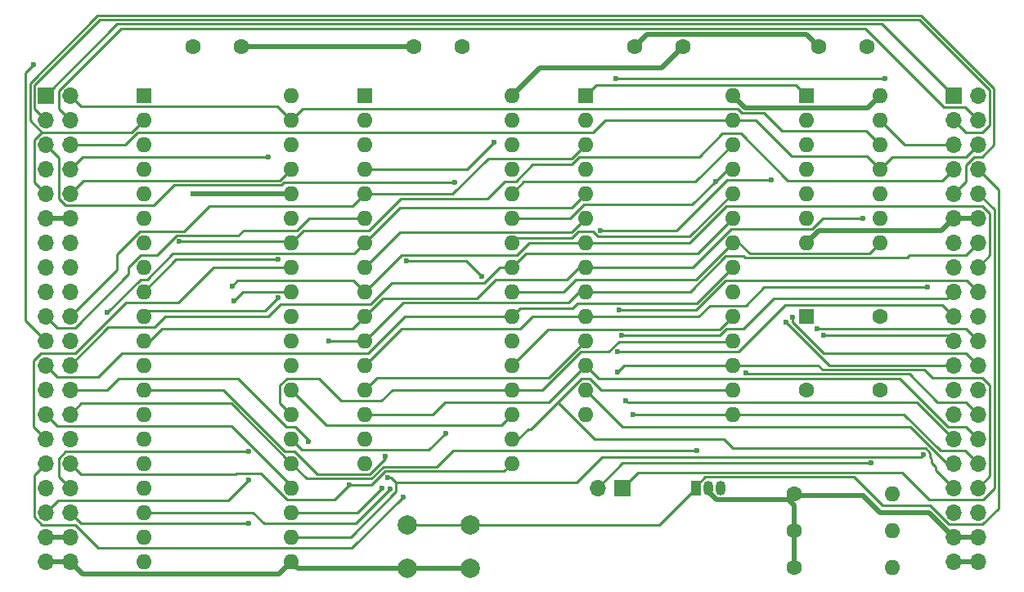
<source format=gbr>
%TF.GenerationSoftware,KiCad,Pcbnew,5.1.9-73d0e3b20d~88~ubuntu20.04.1*%
%TF.CreationDate,2021-01-16T15:58:39+00:00*%
%TF.ProjectId,main-board,6d61696e-2d62-46f6-9172-642e6b696361,rev?*%
%TF.SameCoordinates,Original*%
%TF.FileFunction,Copper,L1,Top*%
%TF.FilePolarity,Positive*%
%FSLAX46Y46*%
G04 Gerber Fmt 4.6, Leading zero omitted, Abs format (unit mm)*
G04 Created by KiCad (PCBNEW 5.1.9-73d0e3b20d~88~ubuntu20.04.1) date 2021-01-16 15:58:39*
%MOMM*%
%LPD*%
G01*
G04 APERTURE LIST*
%TA.AperFunction,ComponentPad*%
%ADD10O,1.600000X1.600000*%
%TD*%
%TA.AperFunction,ComponentPad*%
%ADD11R,1.600000X1.600000*%
%TD*%
%TA.AperFunction,ComponentPad*%
%ADD12C,1.600000*%
%TD*%
%TA.AperFunction,ComponentPad*%
%ADD13O,1.700000X1.700000*%
%TD*%
%TA.AperFunction,ComponentPad*%
%ADD14R,1.700000X1.700000*%
%TD*%
%TA.AperFunction,ComponentPad*%
%ADD15R,1.050000X1.500000*%
%TD*%
%TA.AperFunction,ComponentPad*%
%ADD16O,1.050000X1.500000*%
%TD*%
%TA.AperFunction,ComponentPad*%
%ADD17C,2.000000*%
%TD*%
%TA.AperFunction,ViaPad*%
%ADD18C,0.600000*%
%TD*%
%TA.AperFunction,Conductor*%
%ADD19C,0.500000*%
%TD*%
%TA.AperFunction,Conductor*%
%ADD20C,0.250000*%
%TD*%
G04 APERTURE END LIST*
D10*
%TO.P,U3,28*%
%TO.N,+5V*%
X142240000Y-34290000D03*
%TO.P,U3,14*%
%TO.N,GND*%
X127000000Y-67310000D03*
%TO.P,U3,27*%
%TO.N,!WRITE*%
X142240000Y-36830000D03*
%TO.P,U3,13*%
%TO.N,D2*%
X127000000Y-64770000D03*
%TO.P,U3,26*%
%TO.N,A13*%
X142240000Y-39370000D03*
%TO.P,U3,12*%
%TO.N,D1*%
X127000000Y-62230000D03*
%TO.P,U3,25*%
%TO.N,A8*%
X142240000Y-41910000D03*
%TO.P,U3,11*%
%TO.N,D0*%
X127000000Y-59690000D03*
%TO.P,U3,24*%
%TO.N,A9*%
X142240000Y-44450000D03*
%TO.P,U3,10*%
%TO.N,A0*%
X127000000Y-57150000D03*
%TO.P,U3,23*%
%TO.N,A11*%
X142240000Y-46990000D03*
%TO.P,U3,9*%
%TO.N,A1*%
X127000000Y-54610000D03*
%TO.P,U3,22*%
%TO.N,!READ*%
X142240000Y-49530000D03*
%TO.P,U3,8*%
%TO.N,A2*%
X127000000Y-52070000D03*
%TO.P,U3,21*%
%TO.N,A10*%
X142240000Y-52070000D03*
%TO.P,U3,7*%
%TO.N,A3*%
X127000000Y-49530000D03*
%TO.P,U3,20*%
%TO.N,!RAM_SELECT*%
X142240000Y-54610000D03*
%TO.P,U3,6*%
%TO.N,A4*%
X127000000Y-46990000D03*
%TO.P,U3,19*%
%TO.N,D7*%
X142240000Y-57150000D03*
%TO.P,U3,5*%
%TO.N,A5*%
X127000000Y-44450000D03*
%TO.P,U3,18*%
%TO.N,D6*%
X142240000Y-59690000D03*
%TO.P,U3,4*%
%TO.N,A6*%
X127000000Y-41910000D03*
%TO.P,U3,17*%
%TO.N,D5*%
X142240000Y-62230000D03*
%TO.P,U3,3*%
%TO.N,A7*%
X127000000Y-39370000D03*
%TO.P,U3,16*%
%TO.N,D4*%
X142240000Y-64770000D03*
%TO.P,U3,2*%
%TO.N,A12*%
X127000000Y-36830000D03*
%TO.P,U3,15*%
%TO.N,D3*%
X142240000Y-67310000D03*
D11*
%TO.P,U3,1*%
%TO.N,A14*%
X127000000Y-34290000D03*
%TD*%
D10*
%TO.P,U2,32*%
%TO.N,+5V*%
X119380000Y-34290000D03*
%TO.P,U2,16*%
%TO.N,GND*%
X104140000Y-72390000D03*
%TO.P,U2,31*%
%TO.N,+5V*%
X119380000Y-36830000D03*
%TO.P,U2,15*%
%TO.N,D2*%
X104140000Y-69850000D03*
%TO.P,U2,30*%
%TO.N,Net-(U2-Pad30)*%
X119380000Y-39370000D03*
%TO.P,U2,14*%
%TO.N,D1*%
X104140000Y-67310000D03*
%TO.P,U2,29*%
%TO.N,GND*%
X119380000Y-41910000D03*
%TO.P,U2,13*%
%TO.N,D0*%
X104140000Y-64770000D03*
%TO.P,U2,28*%
%TO.N,A13*%
X119380000Y-44450000D03*
%TO.P,U2,12*%
%TO.N,A0*%
X104140000Y-62230000D03*
%TO.P,U2,27*%
%TO.N,A8*%
X119380000Y-46990000D03*
%TO.P,U2,11*%
%TO.N,A1*%
X104140000Y-59690000D03*
%TO.P,U2,26*%
%TO.N,A9*%
X119380000Y-49530000D03*
%TO.P,U2,10*%
%TO.N,A2*%
X104140000Y-57150000D03*
%TO.P,U2,25*%
%TO.N,A11*%
X119380000Y-52070000D03*
%TO.P,U2,9*%
%TO.N,A3*%
X104140000Y-54610000D03*
%TO.P,U2,24*%
%TO.N,!READ*%
X119380000Y-54610000D03*
%TO.P,U2,8*%
%TO.N,A4*%
X104140000Y-52070000D03*
%TO.P,U2,23*%
%TO.N,A10*%
X119380000Y-57150000D03*
%TO.P,U2,7*%
%TO.N,A5*%
X104140000Y-49530000D03*
%TO.P,U2,22*%
%TO.N,!ROM_SELECT*%
X119380000Y-59690000D03*
%TO.P,U2,6*%
%TO.N,A6*%
X104140000Y-46990000D03*
%TO.P,U2,21*%
%TO.N,D7*%
X119380000Y-62230000D03*
%TO.P,U2,5*%
%TO.N,A7*%
X104140000Y-44450000D03*
%TO.P,U2,20*%
%TO.N,D6*%
X119380000Y-64770000D03*
%TO.P,U2,4*%
%TO.N,A12*%
X104140000Y-41910000D03*
%TO.P,U2,19*%
%TO.N,D5*%
X119380000Y-67310000D03*
%TO.P,U2,3*%
%TO.N,GND*%
X104140000Y-39370000D03*
%TO.P,U2,18*%
%TO.N,D4*%
X119380000Y-69850000D03*
%TO.P,U2,2*%
%TO.N,GND*%
X104140000Y-36830000D03*
%TO.P,U2,17*%
%TO.N,D3*%
X119380000Y-72390000D03*
D11*
%TO.P,U2,1*%
%TO.N,Net-(U2-Pad1)*%
X104140000Y-34290000D03*
%TD*%
D10*
%TO.P,U4,14*%
%TO.N,+5V*%
X157480000Y-34290000D03*
%TO.P,U4,7*%
%TO.N,GND*%
X149860000Y-49530000D03*
%TO.P,U4,13*%
%TO.N,!READ*%
X157480000Y-36830000D03*
%TO.P,U4,6*%
%TO.N,N/C*%
X149860000Y-46990000D03*
%TO.P,U4,12*%
%TO.N,PHI2*%
X157480000Y-39370000D03*
%TO.P,U4,5*%
%TO.N,N/C*%
X149860000Y-44450000D03*
%TO.P,U4,11*%
%TO.N,!WRITE*%
X157480000Y-41910000D03*
%TO.P,U4,4*%
%TO.N,N/C*%
X149860000Y-41910000D03*
%TO.P,U4,10*%
%TO.N,PHI2*%
X157480000Y-44450000D03*
%TO.P,U4,3*%
%TO.N,!ROM_SELECT*%
X149860000Y-39370000D03*
%TO.P,U4,9*%
%TO.N,R!W*%
X157480000Y-46990000D03*
%TO.P,U4,2*%
%TO.N,!RAM_SELECT*%
X149860000Y-36830000D03*
%TO.P,U4,8*%
%TO.N,!READ*%
X157480000Y-49530000D03*
D11*
%TO.P,U4,1*%
%TO.N,A14*%
X149860000Y-34290000D03*
%TD*%
D10*
%TO.P,R3,2*%
%TO.N,!IRQ*%
X158750000Y-83185000D03*
D12*
%TO.P,R3,1*%
%TO.N,+5V*%
X148590000Y-83185000D03*
%TD*%
D10*
%TO.P,R1,2*%
%TO.N,RDY*%
X158750000Y-75565000D03*
D12*
%TO.P,R1,1*%
%TO.N,+5V*%
X148590000Y-75565000D03*
%TD*%
%TO.P,C4,2*%
%TO.N,+5V*%
X156130000Y-29210000D03*
%TO.P,C4,1*%
%TO.N,GND*%
X151130000Y-29210000D03*
%TD*%
%TO.P,C3,2*%
%TO.N,+5V*%
X137080000Y-29210000D03*
%TO.P,C3,1*%
%TO.N,GND*%
X132080000Y-29210000D03*
%TD*%
%TO.P,C2,2*%
%TO.N,+5V*%
X114220000Y-29210000D03*
%TO.P,C2,1*%
%TO.N,GND*%
X109220000Y-29210000D03*
%TD*%
%TO.P,C1,2*%
%TO.N,GND*%
X91360000Y-29210000D03*
%TO.P,C1,1*%
%TO.N,+5V*%
X86360000Y-29210000D03*
%TD*%
D13*
%TO.P,J2,40*%
%TO.N,GND*%
X167640000Y-82550000D03*
%TO.P,J2,39*%
X165100000Y-82550000D03*
%TO.P,J2,38*%
%TO.N,+5V*%
X167640000Y-80010000D03*
%TO.P,J2,37*%
X165100000Y-80010000D03*
%TO.P,J2,36*%
%TO.N,D7*%
X167640000Y-77470000D03*
%TO.P,J2,35*%
%TO.N,D6*%
X165100000Y-77470000D03*
%TO.P,J2,34*%
%TO.N,D5*%
X167640000Y-74930000D03*
%TO.P,J2,33*%
%TO.N,D4*%
X165100000Y-74930000D03*
%TO.P,J2,32*%
%TO.N,D3*%
X167640000Y-72390000D03*
%TO.P,J2,31*%
%TO.N,D2*%
X165100000Y-72390000D03*
%TO.P,J2,30*%
%TO.N,D1*%
X167640000Y-69850000D03*
%TO.P,J2,29*%
%TO.N,D0*%
X165100000Y-69850000D03*
%TO.P,J2,28*%
%TO.N,!RAM_SELECT*%
X167640000Y-67310000D03*
%TO.P,J2,27*%
%TO.N,A14*%
X165100000Y-67310000D03*
%TO.P,J2,26*%
%TO.N,A13*%
X167640000Y-64770000D03*
%TO.P,J2,25*%
%TO.N,A12*%
X165100000Y-64770000D03*
%TO.P,J2,24*%
%TO.N,A11*%
X167640000Y-62230000D03*
%TO.P,J2,23*%
%TO.N,A10*%
X165100000Y-62230000D03*
%TO.P,J2,22*%
%TO.N,A9*%
X167640000Y-59690000D03*
%TO.P,J2,21*%
%TO.N,A8*%
X165100000Y-59690000D03*
%TO.P,J2,20*%
%TO.N,A7*%
X167640000Y-57150000D03*
%TO.P,J2,19*%
%TO.N,A6*%
X165100000Y-57150000D03*
%TO.P,J2,18*%
%TO.N,A5*%
X167640000Y-54610000D03*
%TO.P,J2,17*%
%TO.N,A4*%
X165100000Y-54610000D03*
%TO.P,J2,16*%
%TO.N,A3*%
X167640000Y-52070000D03*
%TO.P,J2,15*%
%TO.N,A2*%
X165100000Y-52070000D03*
%TO.P,J2,14*%
%TO.N,A1*%
X167640000Y-49530000D03*
%TO.P,J2,13*%
%TO.N,A0*%
X165100000Y-49530000D03*
%TO.P,J2,12*%
%TO.N,GND*%
X167640000Y-46990000D03*
%TO.P,J2,11*%
X165100000Y-46990000D03*
%TO.P,J2,10*%
%TO.N,CLK*%
X167640000Y-44450000D03*
%TO.P,J2,9*%
%TO.N,RDY*%
X165100000Y-44450000D03*
%TO.P,J2,8*%
%TO.N,!RESET*%
X167640000Y-41910000D03*
%TO.P,J2,7*%
%TO.N,R!W*%
X165100000Y-41910000D03*
%TO.P,J2,6*%
%TO.N,!WRITE*%
X167640000Y-39370000D03*
%TO.P,J2,5*%
%TO.N,!READ*%
X165100000Y-39370000D03*
%TO.P,J2,4*%
%TO.N,!NMI*%
X167640000Y-36830000D03*
%TO.P,J2,3*%
%TO.N,!IRQ*%
X165100000Y-36830000D03*
%TO.P,J2,2*%
%TO.N,PHI2*%
X167640000Y-34290000D03*
D14*
%TO.P,J2,1*%
%TO.N,PHI1*%
X165100000Y-34290000D03*
%TD*%
D12*
%TO.P,X1,4*%
%TO.N,GND*%
X149860000Y-64770000D03*
%TO.P,X1,5*%
%TO.N,CLK1*%
X157480000Y-64770000D03*
%TO.P,X1,8*%
%TO.N,+5V*%
X157480000Y-57150000D03*
D11*
%TO.P,X1,1*%
%TO.N,Net-(X1-Pad1)*%
X149860000Y-57150000D03*
%TD*%
D15*
%TO.P,U6,1*%
%TO.N,!RESET*%
X138430000Y-74930000D03*
D16*
%TO.P,U6,3*%
%TO.N,GND*%
X140970000Y-74930000D03*
%TO.P,U6,2*%
%TO.N,+5V*%
X139700000Y-74930000D03*
%TD*%
D17*
%TO.P,SW1,1*%
%TO.N,!RESET*%
X115085000Y-78740000D03*
%TO.P,SW1,2*%
%TO.N,GND*%
X115085000Y-83240000D03*
%TO.P,SW1,1*%
%TO.N,!RESET*%
X108585000Y-78740000D03*
%TO.P,SW1,2*%
%TO.N,GND*%
X108585000Y-83240000D03*
%TD*%
D10*
%TO.P,R2,2*%
%TO.N,!NMI*%
X158750000Y-79375000D03*
D12*
%TO.P,R2,1*%
%TO.N,+5V*%
X148590000Y-79375000D03*
%TD*%
D14*
%TO.P,JP1,1*%
%TO.N,CLK*%
X130810000Y-74930000D03*
D13*
%TO.P,JP1,2*%
%TO.N,CLK1*%
X128270000Y-74930000D03*
%TD*%
D10*
%TO.P,U1,40*%
%TO.N,!RESET*%
X96520000Y-34290000D03*
%TO.P,U1,20*%
%TO.N,A11*%
X81280000Y-82550000D03*
%TO.P,U1,39*%
%TO.N,PHI2*%
X96520000Y-36830000D03*
%TO.P,U1,19*%
%TO.N,A10*%
X81280000Y-80010000D03*
%TO.P,U1,38*%
%TO.N,+5V*%
X96520000Y-39370000D03*
%TO.P,U1,18*%
%TO.N,A9*%
X81280000Y-77470000D03*
%TO.P,U1,37*%
%TO.N,CLK*%
X96520000Y-41910000D03*
%TO.P,U1,17*%
%TO.N,A8*%
X81280000Y-74930000D03*
%TO.P,U1,36*%
%TO.N,+5V*%
X96520000Y-44450000D03*
%TO.P,U1,16*%
%TO.N,A7*%
X81280000Y-72390000D03*
%TO.P,U1,35*%
%TO.N,Net-(U1-Pad35)*%
X96520000Y-46990000D03*
%TO.P,U1,15*%
%TO.N,A6*%
X81280000Y-69850000D03*
%TO.P,U1,34*%
%TO.N,R!W*%
X96520000Y-49530000D03*
%TO.P,U1,14*%
%TO.N,A5*%
X81280000Y-67310000D03*
%TO.P,U1,33*%
%TO.N,D0*%
X96520000Y-52070000D03*
%TO.P,U1,13*%
%TO.N,A4*%
X81280000Y-64770000D03*
%TO.P,U1,32*%
%TO.N,D1*%
X96520000Y-54610000D03*
%TO.P,U1,12*%
%TO.N,A3*%
X81280000Y-62230000D03*
%TO.P,U1,31*%
%TO.N,D2*%
X96520000Y-57150000D03*
%TO.P,U1,11*%
%TO.N,A2*%
X81280000Y-59690000D03*
%TO.P,U1,30*%
%TO.N,D3*%
X96520000Y-59690000D03*
%TO.P,U1,10*%
%TO.N,A1*%
X81280000Y-57150000D03*
%TO.P,U1,29*%
%TO.N,D4*%
X96520000Y-62230000D03*
%TO.P,U1,9*%
%TO.N,A0*%
X81280000Y-54610000D03*
%TO.P,U1,28*%
%TO.N,D5*%
X96520000Y-64770000D03*
%TO.P,U1,8*%
%TO.N,+5V*%
X81280000Y-52070000D03*
%TO.P,U1,27*%
%TO.N,D6*%
X96520000Y-67310000D03*
%TO.P,U1,7*%
%TO.N,Net-(U1-Pad7)*%
X81280000Y-49530000D03*
%TO.P,U1,26*%
%TO.N,D7*%
X96520000Y-69850000D03*
%TO.P,U1,6*%
%TO.N,!NMI*%
X81280000Y-46990000D03*
%TO.P,U1,25*%
%TO.N,!RAM_SELECT*%
X96520000Y-72390000D03*
%TO.P,U1,5*%
%TO.N,Net-(U1-Pad5)*%
X81280000Y-44450000D03*
%TO.P,U1,24*%
%TO.N,A14*%
X96520000Y-74930000D03*
%TO.P,U1,4*%
%TO.N,!IRQ*%
X81280000Y-41910000D03*
%TO.P,U1,23*%
%TO.N,A13*%
X96520000Y-77470000D03*
%TO.P,U1,3*%
%TO.N,PHI1*%
X81280000Y-39370000D03*
%TO.P,U1,22*%
%TO.N,A12*%
X96520000Y-80010000D03*
%TO.P,U1,2*%
%TO.N,RDY*%
X81280000Y-36830000D03*
%TO.P,U1,21*%
%TO.N,GND*%
X96520000Y-82550000D03*
D11*
%TO.P,U1,1*%
%TO.N,Net-(U1-Pad1)*%
X81280000Y-34290000D03*
%TD*%
D14*
%TO.P,J1,1*%
%TO.N,PHI1*%
X71120000Y-34290000D03*
D13*
%TO.P,J1,2*%
%TO.N,PHI2*%
X73660000Y-34290000D03*
%TO.P,J1,3*%
%TO.N,!IRQ*%
X71120000Y-36830000D03*
%TO.P,J1,4*%
%TO.N,!NMI*%
X73660000Y-36830000D03*
%TO.P,J1,5*%
%TO.N,!READ*%
X71120000Y-39370000D03*
%TO.P,J1,6*%
%TO.N,!WRITE*%
X73660000Y-39370000D03*
%TO.P,J1,7*%
%TO.N,R!W*%
X71120000Y-41910000D03*
%TO.P,J1,8*%
%TO.N,!RESET*%
X73660000Y-41910000D03*
%TO.P,J1,9*%
%TO.N,RDY*%
X71120000Y-44450000D03*
%TO.P,J1,10*%
%TO.N,CLK*%
X73660000Y-44450000D03*
%TO.P,J1,11*%
%TO.N,GND*%
X71120000Y-46990000D03*
%TO.P,J1,12*%
X73660000Y-46990000D03*
%TO.P,J1,13*%
%TO.N,A0*%
X71120000Y-49530000D03*
%TO.P,J1,14*%
%TO.N,A1*%
X73660000Y-49530000D03*
%TO.P,J1,15*%
%TO.N,A2*%
X71120000Y-52070000D03*
%TO.P,J1,16*%
%TO.N,A3*%
X73660000Y-52070000D03*
%TO.P,J1,17*%
%TO.N,A4*%
X71120000Y-54610000D03*
%TO.P,J1,18*%
%TO.N,A5*%
X73660000Y-54610000D03*
%TO.P,J1,19*%
%TO.N,A6*%
X71120000Y-57150000D03*
%TO.P,J1,20*%
%TO.N,A7*%
X73660000Y-57150000D03*
%TO.P,J1,21*%
%TO.N,A8*%
X71120000Y-59690000D03*
%TO.P,J1,22*%
%TO.N,A9*%
X73660000Y-59690000D03*
%TO.P,J1,23*%
%TO.N,A10*%
X71120000Y-62230000D03*
%TO.P,J1,24*%
%TO.N,A11*%
X73660000Y-62230000D03*
%TO.P,J1,25*%
%TO.N,A12*%
X71120000Y-64770000D03*
%TO.P,J1,26*%
%TO.N,A13*%
X73660000Y-64770000D03*
%TO.P,J1,27*%
%TO.N,A14*%
X71120000Y-67310000D03*
%TO.P,J1,28*%
%TO.N,!RAM_SELECT*%
X73660000Y-67310000D03*
%TO.P,J1,29*%
%TO.N,D0*%
X71120000Y-69850000D03*
%TO.P,J1,30*%
%TO.N,D1*%
X73660000Y-69850000D03*
%TO.P,J1,31*%
%TO.N,D2*%
X71120000Y-72390000D03*
%TO.P,J1,32*%
%TO.N,D3*%
X73660000Y-72390000D03*
%TO.P,J1,33*%
%TO.N,D4*%
X71120000Y-74930000D03*
%TO.P,J1,34*%
%TO.N,D5*%
X73660000Y-74930000D03*
%TO.P,J1,35*%
%TO.N,D6*%
X71120000Y-77470000D03*
%TO.P,J1,36*%
%TO.N,D7*%
X73660000Y-77470000D03*
%TO.P,J1,37*%
%TO.N,+5V*%
X71120000Y-80010000D03*
%TO.P,J1,38*%
X73660000Y-80010000D03*
%TO.P,J1,39*%
%TO.N,GND*%
X71120000Y-82550000D03*
%TO.P,J1,40*%
X73660000Y-82550000D03*
%TD*%
D18*
%TO.N,+5V*%
X155740500Y-75701500D03*
X86360000Y-44425800D03*
%TO.N,!READ*%
X113460700Y-43324200D03*
%TO.N,R!W*%
X84910000Y-49409800D03*
%TO.N,!RESET*%
X94168600Y-40640000D03*
%TO.N,!RAM_SELECT*%
X143614300Y-62980600D03*
X138539300Y-71062700D03*
%TO.N,A13*%
X105934100Y-74949300D03*
X98308500Y-70163000D03*
%TO.N,A12*%
X161944600Y-71465200D03*
X117514000Y-39118400D03*
X106532600Y-73817600D03*
%TO.N,A11*%
X148417400Y-57257500D03*
%TO.N,A10*%
X147792100Y-57788700D03*
%TO.N,A9*%
X150985400Y-58432400D03*
X106734500Y-75068300D03*
%TO.N,A8*%
X151616800Y-59113100D03*
X140445100Y-43168800D03*
X69850000Y-31115000D03*
%TO.N,A7*%
X158010600Y-32523900D03*
X130100100Y-32523900D03*
%TO.N,A6*%
X130309000Y-60836600D03*
X116231900Y-52999000D03*
X108450200Y-51426100D03*
%TO.N,A5*%
X130446000Y-56478300D03*
X77476700Y-56781600D03*
%TO.N,A4*%
X106293400Y-71629400D03*
X130759300Y-59127300D03*
%TO.N,A3*%
X90437500Y-53999700D03*
%TO.N,A2*%
X155700000Y-47007500D03*
%TO.N,A1*%
X100409500Y-59690000D03*
X95163500Y-55245000D03*
%TO.N,A0*%
X162415700Y-54134800D03*
X95185900Y-51283000D03*
%TO.N,D7*%
X112501700Y-69238900D03*
X92110400Y-78604800D03*
%TO.N,D6*%
X92111100Y-74116200D03*
%TO.N,D5*%
X92123100Y-71161500D03*
X130280300Y-62966400D03*
%TO.N,D3*%
X131877500Y-67310000D03*
X102515500Y-74631500D03*
%TO.N,D2*%
X108125300Y-75855100D03*
%TO.N,D1*%
X90577300Y-55578300D03*
%TO.N,D0*%
X131187100Y-65857600D03*
%TO.N,CLK1*%
X156517000Y-72353600D03*
%TO.N,!ROM_SELECT*%
X128567600Y-48274700D03*
X146194600Y-43035400D03*
%TD*%
D19*
%TO.N,GND*%
X109220000Y-29210000D02*
X91360000Y-29210000D01*
X165100000Y-46990000D02*
X167640000Y-46990000D01*
X149860000Y-49530000D02*
X151130000Y-48260000D01*
X151130000Y-48260000D02*
X163830000Y-48260000D01*
X163830000Y-48260000D02*
X165100000Y-46990000D01*
X96520000Y-82550000D02*
X95266200Y-83803800D01*
X95266200Y-83803800D02*
X74913800Y-83803800D01*
X74913800Y-83803800D02*
X73660000Y-82550000D01*
X108585000Y-83240000D02*
X97210000Y-83240000D01*
X97210000Y-83240000D02*
X96520000Y-82550000D01*
X108585000Y-83240000D02*
X115085000Y-83240000D01*
X73660000Y-82550000D02*
X71120000Y-82550000D01*
X132080000Y-29210000D02*
X133353900Y-27936100D01*
X133353900Y-27936100D02*
X149856100Y-27936100D01*
X149856100Y-27936100D02*
X151130000Y-29210000D01*
X165100000Y-82550000D02*
X167640000Y-82550000D01*
X71120000Y-46990000D02*
X73660000Y-46990000D01*
%TO.N,+5V*%
X155740500Y-75701500D02*
X157509000Y-77470000D01*
X157509000Y-77470000D02*
X162560000Y-77470000D01*
X162560000Y-77470000D02*
X165100000Y-80010000D01*
X148590000Y-75565000D02*
X148726500Y-75701500D01*
X148726500Y-75701500D02*
X155740500Y-75701500D01*
X119380000Y-34290000D02*
X122262100Y-31407900D01*
X122262100Y-31407900D02*
X134882100Y-31407900D01*
X134882100Y-31407900D02*
X137080000Y-29210000D01*
X148022900Y-76132100D02*
X140561800Y-76132100D01*
X140561800Y-76132100D02*
X139700000Y-75270300D01*
X139700000Y-75270300D02*
X139700000Y-74930000D01*
X148590000Y-75565000D02*
X148022900Y-76132100D01*
X148022900Y-76132100D02*
X148590000Y-76699200D01*
X148590000Y-76699200D02*
X148590000Y-79375000D01*
X167640000Y-80010000D02*
X165100000Y-80010000D01*
X148590000Y-79375000D02*
X148590000Y-83185000D01*
X71120000Y-80010000D02*
X73660000Y-80010000D01*
X96520000Y-44450000D02*
X96495800Y-44425800D01*
X96495800Y-44425800D02*
X86360000Y-44425800D01*
X142240000Y-34290000D02*
X143490400Y-35540400D01*
X143490400Y-35540400D02*
X156229600Y-35540400D01*
X156229600Y-35540400D02*
X157480000Y-34290000D01*
D20*
%TO.N,CLK*%
X130810000Y-74930000D02*
X132386100Y-73353900D01*
X132386100Y-73353900D02*
X159788000Y-73353900D01*
X159788000Y-73353900D02*
X162555000Y-76120900D01*
X162555000Y-76120900D02*
X168120000Y-76120900D01*
X168120000Y-76120900D02*
X169306800Y-74934100D01*
X169306800Y-74934100D02*
X169306800Y-46116800D01*
X169306800Y-46116800D02*
X167640000Y-44450000D01*
X73660000Y-44450000D02*
X75010500Y-43099500D01*
X75010500Y-43099500D02*
X95330500Y-43099500D01*
X95330500Y-43099500D02*
X96520000Y-41910000D01*
%TO.N,!READ*%
X119380000Y-54610000D02*
X124708900Y-54610000D01*
X124708900Y-54610000D02*
X125978900Y-53340000D01*
X125978900Y-53340000D02*
X138430000Y-53340000D01*
X138430000Y-53340000D02*
X142240000Y-49530000D01*
X157480000Y-49530000D02*
X156348800Y-50661200D01*
X156348800Y-50661200D02*
X144008100Y-50661200D01*
X144008100Y-50661200D02*
X142876900Y-49530000D01*
X142876900Y-49530000D02*
X142240000Y-49530000D01*
X71120000Y-39370000D02*
X72484600Y-40734600D01*
X72484600Y-40734600D02*
X72484600Y-44975600D01*
X72484600Y-44975600D02*
X73135900Y-45626900D01*
X73135900Y-45626900D02*
X82335000Y-45626900D01*
X82335000Y-45626900D02*
X84412000Y-43549900D01*
X84412000Y-43549900D02*
X95517000Y-43549900D01*
X95517000Y-43549900D02*
X95742700Y-43324200D01*
X95742700Y-43324200D02*
X113460700Y-43324200D01*
X157480000Y-36830000D02*
X160020000Y-39370000D01*
X160020000Y-39370000D02*
X165100000Y-39370000D01*
%TO.N,!WRITE*%
X73660000Y-39370000D02*
X79376900Y-39370000D01*
X79376900Y-39370000D02*
X80646900Y-38100000D01*
X80646900Y-38100000D02*
X127808800Y-38100000D01*
X127808800Y-38100000D02*
X129078800Y-36830000D01*
X129078800Y-36830000D02*
X142240000Y-36830000D01*
X142240000Y-36830000D02*
X144649100Y-36830000D01*
X144649100Y-36830000D02*
X148364500Y-40545400D01*
X148364500Y-40545400D02*
X156115400Y-40545400D01*
X156115400Y-40545400D02*
X157480000Y-41910000D01*
X167640000Y-39370000D02*
X166370000Y-40640000D01*
X166370000Y-40640000D02*
X158750000Y-40640000D01*
X158750000Y-40640000D02*
X157480000Y-41910000D01*
%TO.N,RDY*%
X70716300Y-38100000D02*
X69925700Y-38890600D01*
X69925700Y-38890600D02*
X69925700Y-43255700D01*
X69925700Y-43255700D02*
X71120000Y-44450000D01*
X81280000Y-36830000D02*
X80010000Y-38100000D01*
X80010000Y-38100000D02*
X70716300Y-38100000D01*
X166370000Y-43180000D02*
X165100000Y-44450000D01*
X166370000Y-41500600D02*
X166370000Y-43180000D01*
X167230600Y-40640000D02*
X166370000Y-41500600D01*
X169281600Y-39390800D02*
X168032400Y-40640000D01*
X161714100Y-25984900D02*
X169281600Y-33552400D01*
X168032400Y-40640000D02*
X167230600Y-40640000D01*
X76503688Y-25984900D02*
X161714100Y-25984900D01*
X169281600Y-33552400D02*
X169281600Y-39390800D01*
X69487100Y-33001488D02*
X76503688Y-25984900D01*
X69487100Y-36870800D02*
X69487100Y-33001488D01*
X70716300Y-38100000D02*
X69487100Y-36870800D01*
%TO.N,R!W*%
X84910000Y-49409800D02*
X96399800Y-49409800D01*
X96399800Y-49409800D02*
X96520000Y-49530000D01*
X96520000Y-49530000D02*
X97790000Y-48260000D01*
X97790000Y-48260000D02*
X104535600Y-48260000D01*
X104535600Y-48260000D02*
X107842800Y-44952800D01*
X107842800Y-44952800D02*
X116832300Y-44952800D01*
X116832300Y-44952800D02*
X118605100Y-43180000D01*
X118605100Y-43180000D02*
X119807300Y-43180000D01*
X119807300Y-43180000D02*
X121527700Y-41459600D01*
X121527700Y-41459600D02*
X125547300Y-41459600D01*
X125547300Y-41459600D02*
X126366900Y-40640000D01*
X126366900Y-40640000D02*
X138748300Y-40640000D01*
X138748300Y-40640000D02*
X141154500Y-38233800D01*
X141154500Y-38233800D02*
X143092600Y-38233800D01*
X143092600Y-38233800D02*
X147959400Y-43100600D01*
X147959400Y-43100600D02*
X163909400Y-43100600D01*
X163909400Y-43100600D02*
X165100000Y-41910000D01*
%TO.N,!IRQ*%
X166370000Y-38100000D02*
X165100000Y-36830000D01*
X168831300Y-37315000D02*
X168046300Y-38100000D01*
X168046300Y-38100000D02*
X166370000Y-38100000D01*
X168831300Y-33739000D02*
X168831300Y-37315000D01*
X161527500Y-26435200D02*
X168831300Y-33739000D01*
X76689798Y-26435200D02*
X161527500Y-26435200D01*
X69937400Y-33187598D02*
X76689798Y-26435200D01*
X71120000Y-36830000D02*
X69937400Y-35647400D01*
X69937400Y-35647400D02*
X69937400Y-33187598D01*
%TO.N,!RESET*%
X115085000Y-78740000D02*
X134620000Y-78740000D01*
X134620000Y-78740000D02*
X138430000Y-74930000D01*
X108585000Y-78740000D02*
X115085000Y-78740000D01*
X138430000Y-74930000D02*
X138430000Y-74764600D01*
X138430000Y-74764600D02*
X139390300Y-73804300D01*
X139390300Y-73804300D02*
X154763700Y-73804300D01*
X154763700Y-73804300D02*
X157704600Y-76745200D01*
X157704600Y-76745200D02*
X162648900Y-76745200D01*
X162648900Y-76745200D02*
X164578000Y-78674300D01*
X164578000Y-78674300D02*
X168106200Y-78674300D01*
X168106200Y-78674300D02*
X169757200Y-77023300D01*
X169757200Y-77023300D02*
X169757200Y-44027200D01*
X169757200Y-44027200D02*
X167640000Y-41910000D01*
X73660000Y-41910000D02*
X74930000Y-40640000D01*
X74930000Y-40640000D02*
X94168600Y-40640000D01*
%TO.N,PHI2*%
X96520000Y-36830000D02*
X97676000Y-35674000D01*
X97676000Y-35674000D02*
X142742500Y-35674000D01*
X142742500Y-35674000D02*
X143184300Y-36115800D01*
X143184300Y-36115800D02*
X145462600Y-36115800D01*
X145462600Y-36115800D02*
X147302200Y-37955400D01*
X147302200Y-37955400D02*
X156065400Y-37955400D01*
X156065400Y-37955400D02*
X157480000Y-39370000D01*
X73660000Y-34290000D02*
X74785400Y-35415400D01*
X74785400Y-35415400D02*
X95105400Y-35415400D01*
X95105400Y-35415400D02*
X96520000Y-36830000D01*
%TO.N,PHI1*%
X165100000Y-34290000D02*
X157696400Y-26886400D01*
X157696400Y-26886400D02*
X78523600Y-26886400D01*
X78523600Y-26886400D02*
X71120000Y-34290000D01*
%TO.N,!RAM_SELECT*%
X167640000Y-67310000D02*
X166370000Y-66040000D01*
X166370000Y-66040000D02*
X163431800Y-66040000D01*
X163431800Y-66040000D02*
X160522600Y-63130800D01*
X160522600Y-63130800D02*
X143764500Y-63130800D01*
X143764500Y-63130800D02*
X143614300Y-62980600D01*
X138539300Y-71062700D02*
X113257100Y-71062700D01*
X113257100Y-71062700D02*
X111577800Y-72742000D01*
X111577800Y-72742000D02*
X106087000Y-72742000D01*
X106087000Y-72742000D02*
X104861200Y-73967800D01*
X104861200Y-73967800D02*
X98097800Y-73967800D01*
X98097800Y-73967800D02*
X96520000Y-72390000D01*
X73660000Y-67310000D02*
X74787300Y-66182700D01*
X74787300Y-66182700D02*
X90312700Y-66182700D01*
X90312700Y-66182700D02*
X96520000Y-72390000D01*
%TO.N,A14*%
X96520000Y-74930000D02*
X96520000Y-74655100D01*
X96520000Y-74655100D02*
X90379000Y-68514100D01*
X90379000Y-68514100D02*
X72324100Y-68514100D01*
X72324100Y-68514100D02*
X71120000Y-67310000D01*
X127000000Y-34290000D02*
X128125400Y-33164600D01*
X128125400Y-33164600D02*
X148734600Y-33164600D01*
X148734600Y-33164600D02*
X149860000Y-34290000D01*
%TO.N,A13*%
X96520000Y-77470000D02*
X103413400Y-77470000D01*
X103413400Y-77470000D02*
X105934100Y-74949300D01*
X73660000Y-64770000D02*
X77515800Y-64770000D01*
X77515800Y-64770000D02*
X78655200Y-63630600D01*
X78655200Y-63630600D02*
X91040400Y-63630600D01*
X91040400Y-63630600D02*
X95989800Y-68580000D01*
X95989800Y-68580000D02*
X96955500Y-68580000D01*
X96955500Y-68580000D02*
X98308500Y-69933000D01*
X98308500Y-69933000D02*
X98308500Y-70163000D01*
X142240000Y-39370000D02*
X138375500Y-43234500D01*
X138375500Y-43234500D02*
X120595500Y-43234500D01*
X120595500Y-43234500D02*
X119380000Y-44450000D01*
%TO.N,A12*%
X107359800Y-74324100D02*
X126102500Y-74324100D01*
X126102500Y-74324100D02*
X128698300Y-71728300D01*
X128698300Y-71728300D02*
X161681500Y-71728300D01*
X161681500Y-71728300D02*
X161944600Y-71465200D01*
X107359800Y-74324100D02*
X106853300Y-73817600D01*
X106853300Y-73817600D02*
X106532600Y-73817600D01*
X96520000Y-80010000D02*
X102677200Y-80010000D01*
X102677200Y-80010000D02*
X107359800Y-75327400D01*
X107359800Y-75327400D02*
X107359800Y-74324100D01*
X104140000Y-41910000D02*
X114722400Y-41910000D01*
X114722400Y-41910000D02*
X117514000Y-39118400D01*
%TO.N,A11*%
X73660000Y-62230000D02*
X77602100Y-58287900D01*
X77602100Y-58287900D02*
X82363800Y-58287900D01*
X82363800Y-58287900D02*
X83501700Y-57150000D01*
X83501700Y-57150000D02*
X94143000Y-57150000D01*
X94143000Y-57150000D02*
X95413000Y-55880000D01*
X95413000Y-55880000D02*
X104773100Y-55880000D01*
X104773100Y-55880000D02*
X106943200Y-53709900D01*
X106943200Y-53709900D02*
X116480200Y-53709900D01*
X116480200Y-53709900D02*
X118120100Y-52070000D01*
X118120100Y-52070000D02*
X119380000Y-52070000D01*
X167640000Y-62230000D02*
X166370000Y-60960000D01*
X166370000Y-60960000D02*
X151606400Y-60960000D01*
X151606400Y-60960000D02*
X148417400Y-57771000D01*
X148417400Y-57771000D02*
X148417400Y-57257500D01*
X142240000Y-46990000D02*
X138574600Y-50655400D01*
X138574600Y-50655400D02*
X120794600Y-50655400D01*
X120794600Y-50655400D02*
X119380000Y-52070000D01*
%TO.N,A10*%
X142240000Y-52070000D02*
X138503300Y-55806700D01*
X138503300Y-55806700D02*
X126121600Y-55806700D01*
X126121600Y-55806700D02*
X125644900Y-56283400D01*
X125644900Y-56283400D02*
X120246600Y-56283400D01*
X120246600Y-56283400D02*
X119380000Y-57150000D01*
X165100000Y-62230000D02*
X152233400Y-62230000D01*
X152233400Y-62230000D02*
X147792100Y-57788700D01*
X71120000Y-62230000D02*
X72296400Y-63406400D01*
X72296400Y-63406400D02*
X76520600Y-63406400D01*
X76520600Y-63406400D02*
X78967000Y-60960000D01*
X78967000Y-60960000D02*
X104461500Y-60960000D01*
X104461500Y-60960000D02*
X108271500Y-57150000D01*
X108271500Y-57150000D02*
X119380000Y-57150000D01*
%TO.N,A9*%
X81280000Y-77470000D02*
X92561700Y-77470000D01*
X92561700Y-77470000D02*
X93701100Y-78609400D01*
X93701100Y-78609400D02*
X103193400Y-78609400D01*
X103193400Y-78609400D02*
X106734500Y-75068300D01*
X119380000Y-49530000D02*
X119830400Y-49079600D01*
X119830400Y-49079600D02*
X125547300Y-49079600D01*
X125547300Y-49079600D02*
X126253900Y-48373000D01*
X126253900Y-48373000D02*
X127781600Y-48373000D01*
X127781600Y-48373000D02*
X128308600Y-48900000D01*
X128308600Y-48900000D02*
X137790000Y-48900000D01*
X137790000Y-48900000D02*
X142240000Y-44450000D01*
X167640000Y-59690000D02*
X166382400Y-58432400D01*
X166382400Y-58432400D02*
X150985400Y-58432400D01*
%TO.N,A8*%
X165100000Y-59690000D02*
X164523100Y-59113100D01*
X164523100Y-59113100D02*
X151616800Y-59113100D01*
X71120000Y-59690000D02*
X69036800Y-57606800D01*
X69036800Y-57606800D02*
X69036800Y-33143200D01*
X140445100Y-43168800D02*
X138038500Y-45575400D01*
X138038500Y-45575400D02*
X126823000Y-45575400D01*
X126823000Y-45575400D02*
X125408400Y-46990000D01*
X125408400Y-46990000D02*
X119380000Y-46990000D01*
X142240000Y-41910000D02*
X141703900Y-41910000D01*
X141703900Y-41910000D02*
X140445100Y-43168800D01*
X69036800Y-31928200D02*
X69850000Y-31115000D01*
X69036800Y-33143200D02*
X69036800Y-31928200D01*
%TO.N,A7*%
X104140000Y-44450000D02*
X102870000Y-45720000D01*
X102870000Y-45720000D02*
X88034700Y-45720000D01*
X88034700Y-45720000D02*
X85420500Y-48334200D01*
X85420500Y-48334200D02*
X80868900Y-48334200D01*
X80868900Y-48334200D02*
X78488100Y-50715000D01*
X78488100Y-50715000D02*
X78488100Y-52321900D01*
X78488100Y-52321900D02*
X73660000Y-57150000D01*
X158010600Y-32523900D02*
X130100100Y-32523900D01*
X104140000Y-44450000D02*
X113231000Y-44450000D01*
X113231000Y-44450000D02*
X116896400Y-40784600D01*
X116896400Y-40784600D02*
X125585400Y-40784600D01*
X125585400Y-40784600D02*
X127000000Y-39370000D01*
%TO.N,A6*%
X130309000Y-60836600D02*
X142805300Y-60836600D01*
X142805300Y-60836600D02*
X147685900Y-55956000D01*
X147685900Y-55956000D02*
X163906000Y-55956000D01*
X163906000Y-55956000D02*
X165100000Y-57150000D01*
X104140000Y-46990000D02*
X98423100Y-46990000D01*
X98423100Y-46990000D02*
X97152900Y-48260200D01*
X97152900Y-48260200D02*
X91578800Y-48260200D01*
X91578800Y-48260200D02*
X91054500Y-48784500D01*
X91054500Y-48784500D02*
X84651000Y-48784500D01*
X84651000Y-48784500D02*
X82635600Y-50799900D01*
X82635600Y-50799900D02*
X82635600Y-50800000D01*
X82635600Y-50800000D02*
X80946100Y-50800000D01*
X80946100Y-50800000D02*
X79688600Y-52057500D01*
X79688600Y-52057500D02*
X79688600Y-52801700D01*
X79688600Y-52801700D02*
X74138900Y-58351400D01*
X74138900Y-58351400D02*
X72321400Y-58351400D01*
X72321400Y-58351400D02*
X71120000Y-57150000D01*
X108450200Y-51426100D02*
X114659000Y-51426100D01*
X114659000Y-51426100D02*
X116231900Y-52999000D01*
%TO.N,A5*%
X167640000Y-54610000D02*
X166449400Y-53419400D01*
X166449400Y-53419400D02*
X141527500Y-53419400D01*
X141527500Y-53419400D02*
X138468600Y-56478300D01*
X138468600Y-56478300D02*
X130446000Y-56478300D01*
X104140000Y-49530000D02*
X103012300Y-50657700D01*
X103012300Y-50657700D02*
X84291600Y-50657700D01*
X84291600Y-50657700D02*
X81609300Y-53340000D01*
X81609300Y-53340000D02*
X80918300Y-53340000D01*
X80918300Y-53340000D02*
X77476700Y-56781600D01*
X104140000Y-49530000D02*
X107805400Y-45864600D01*
X107805400Y-45864600D02*
X125585400Y-45864600D01*
X125585400Y-45864600D02*
X127000000Y-44450000D01*
%TO.N,A4*%
X81280000Y-64770000D02*
X89536900Y-64770000D01*
X89536900Y-64770000D02*
X95886900Y-71120000D01*
X95886900Y-71120000D02*
X96841600Y-71120000D01*
X96841600Y-71120000D02*
X99239000Y-73517400D01*
X99239000Y-73517400D02*
X104674700Y-73517400D01*
X104674700Y-73517400D02*
X106293400Y-71898700D01*
X106293400Y-71898700D02*
X106293400Y-71629400D01*
X130759300Y-59127300D02*
X140899600Y-59127300D01*
X140899600Y-59127300D02*
X141606900Y-58420000D01*
X141606900Y-58420000D02*
X143365400Y-58420000D01*
X143365400Y-58420000D02*
X146513100Y-55272300D01*
X146513100Y-55272300D02*
X164437700Y-55272300D01*
X164437700Y-55272300D02*
X165100000Y-54610000D01*
X104140000Y-52070000D02*
X107805500Y-48404500D01*
X107805500Y-48404500D02*
X125585500Y-48404500D01*
X125585500Y-48404500D02*
X127000000Y-46990000D01*
%TO.N,A3*%
X127000000Y-49530000D02*
X137796900Y-49530000D01*
X137796900Y-49530000D02*
X141556600Y-45770300D01*
X141556600Y-45770300D02*
X168091000Y-45770300D01*
X168091000Y-45770300D02*
X168856400Y-46535700D01*
X168856400Y-46535700D02*
X168856400Y-50853600D01*
X168856400Y-50853600D02*
X167640000Y-52070000D01*
X104140000Y-54610000D02*
X107949200Y-50800800D01*
X107949200Y-50800800D02*
X119909600Y-50800800D01*
X119909600Y-50800800D02*
X121180400Y-49530000D01*
X121180400Y-49530000D02*
X127000000Y-49530000D01*
X90437500Y-53999700D02*
X90967300Y-53469900D01*
X90967300Y-53469900D02*
X102999900Y-53469900D01*
X102999900Y-53469900D02*
X104140000Y-54610000D01*
%TO.N,A2*%
X104140000Y-57150000D02*
X106015200Y-55274800D01*
X106015200Y-55274800D02*
X115770400Y-55274800D01*
X115770400Y-55274800D02*
X117705200Y-53340000D01*
X117705200Y-53340000D02*
X125093200Y-53340000D01*
X125093200Y-53340000D02*
X126363200Y-52070000D01*
X126363200Y-52070000D02*
X127000000Y-52070000D01*
X155700000Y-47007500D02*
X151568800Y-47007500D01*
X151568800Y-47007500D02*
X150460900Y-48115400D01*
X150460900Y-48115400D02*
X142063000Y-48115400D01*
X142063000Y-48115400D02*
X138108400Y-52070000D01*
X138108400Y-52070000D02*
X127000000Y-52070000D01*
X81280000Y-59690000D02*
X81916800Y-59690000D01*
X81916800Y-59690000D02*
X83186800Y-58420000D01*
X83186800Y-58420000D02*
X102870000Y-58420000D01*
X102870000Y-58420000D02*
X104140000Y-57150000D01*
%TO.N,A1*%
X100409500Y-59690000D02*
X104140000Y-59690000D01*
X81280000Y-57150000D02*
X81873700Y-56556300D01*
X81873700Y-56556300D02*
X93852200Y-56556300D01*
X93852200Y-56556300D02*
X95163500Y-55245000D01*
X127000000Y-54610000D02*
X137816700Y-54610000D01*
X137816700Y-54610000D02*
X141484100Y-50942600D01*
X141484100Y-50942600D02*
X143334300Y-50942600D01*
X143334300Y-50942600D02*
X143503300Y-51111600D01*
X143503300Y-51111600D02*
X160240400Y-51111600D01*
X160240400Y-51111600D02*
X160552000Y-50800000D01*
X160552000Y-50800000D02*
X166370000Y-50800000D01*
X166370000Y-50800000D02*
X167640000Y-49530000D01*
X104140000Y-59690000D02*
X108094600Y-55735400D01*
X108094600Y-55735400D02*
X125237800Y-55735400D01*
X125237800Y-55735400D02*
X126363200Y-54610000D01*
X126363200Y-54610000D02*
X127000000Y-54610000D01*
%TO.N,A0*%
X127000000Y-57150000D02*
X138715500Y-57150000D01*
X138715500Y-57150000D02*
X139840900Y-56024600D01*
X139840900Y-56024600D02*
X143569200Y-56024600D01*
X143569200Y-56024600D02*
X145459000Y-54134800D01*
X145459000Y-54134800D02*
X162415700Y-54134800D01*
X104140000Y-62230000D02*
X107950000Y-58420000D01*
X107950000Y-58420000D02*
X120267000Y-58420000D01*
X120267000Y-58420000D02*
X121537000Y-57150000D01*
X121537000Y-57150000D02*
X127000000Y-57150000D01*
X81280000Y-54610000D02*
X84607000Y-51283000D01*
X84607000Y-51283000D02*
X95185900Y-51283000D01*
%TO.N,D7*%
X96520000Y-69850000D02*
X97663800Y-70993800D01*
X97663800Y-70993800D02*
X110746800Y-70993800D01*
X110746800Y-70993800D02*
X112501700Y-69238900D01*
X119380000Y-62230000D02*
X123108000Y-58502000D01*
X123108000Y-58502000D02*
X140888000Y-58502000D01*
X140888000Y-58502000D02*
X142240000Y-57150000D01*
X73660000Y-77470000D02*
X74794800Y-78604800D01*
X74794800Y-78604800D02*
X92110400Y-78604800D01*
%TO.N,D6*%
X142240000Y-59690000D02*
X142177400Y-59752600D01*
X142177400Y-59752600D02*
X130454000Y-59752600D01*
X130454000Y-59752600D02*
X129359400Y-60847200D01*
X129359400Y-60847200D02*
X126479700Y-60847200D01*
X126479700Y-60847200D02*
X122556900Y-64770000D01*
X122556900Y-64770000D02*
X119380000Y-64770000D01*
X96520000Y-67310000D02*
X95380700Y-66170700D01*
X95380700Y-66170700D02*
X95380700Y-64314400D01*
X95380700Y-64314400D02*
X96093300Y-63601800D01*
X96093300Y-63601800D02*
X99388800Y-63601800D01*
X99388800Y-63601800D02*
X101694900Y-65907900D01*
X101694900Y-65907900D02*
X105860600Y-65907900D01*
X105860600Y-65907900D02*
X106998500Y-64770000D01*
X106998500Y-64770000D02*
X119380000Y-64770000D01*
X71120000Y-77470000D02*
X72390000Y-76200000D01*
X72390000Y-76200000D02*
X90027300Y-76200000D01*
X90027300Y-76200000D02*
X92111100Y-74116200D01*
%TO.N,D5*%
X119380000Y-67310000D02*
X118249500Y-68440500D01*
X118249500Y-68440500D02*
X100190500Y-68440500D01*
X100190500Y-68440500D02*
X96520000Y-64770000D01*
X73660000Y-74930000D02*
X72484600Y-73754600D01*
X72484600Y-73754600D02*
X72484600Y-71864400D01*
X72484600Y-71864400D02*
X73187500Y-71161500D01*
X73187500Y-71161500D02*
X92123100Y-71161500D01*
X130280300Y-62966400D02*
X131016700Y-62230000D01*
X131016700Y-62230000D02*
X142240000Y-62230000D01*
X142240000Y-62230000D02*
X151077000Y-62230000D01*
X151077000Y-62230000D02*
X151527400Y-62680400D01*
X151527400Y-62680400D02*
X162073300Y-62680400D01*
X162073300Y-62680400D02*
X162892900Y-63500000D01*
X162892900Y-63500000D02*
X168075100Y-63500000D01*
X168075100Y-63500000D02*
X168856400Y-64281300D01*
X168856400Y-64281300D02*
X168856400Y-73713600D01*
X168856400Y-73713600D02*
X167640000Y-74930000D01*
%TO.N,D4*%
X165100000Y-74930000D02*
X163269400Y-73099400D01*
X163269400Y-73099400D02*
X163269400Y-72876100D01*
X163269400Y-72876100D02*
X163234200Y-72840900D01*
X163234200Y-72840900D02*
X163234200Y-72802900D01*
X163234200Y-72802900D02*
X163216600Y-72785300D01*
X163216600Y-72785300D02*
X163216600Y-72739400D01*
X163216600Y-72739400D02*
X162837500Y-72360300D01*
X162837500Y-72360300D02*
X162837500Y-72125600D01*
X162837500Y-72125600D02*
X162796200Y-72084300D01*
X162796200Y-72084300D02*
X162796200Y-71967400D01*
X162796200Y-71967400D02*
X162759600Y-71930800D01*
X162759600Y-71930800D02*
X162759600Y-71831400D01*
X162759600Y-71831400D02*
X162723000Y-71794800D01*
X162723000Y-71794800D02*
X162723000Y-71729600D01*
X162723000Y-71729600D02*
X162686400Y-71693000D01*
X162686400Y-71693000D02*
X162686400Y-71660400D01*
X162686400Y-71660400D02*
X162649800Y-71623800D01*
X162649800Y-71623800D02*
X162649800Y-71566600D01*
X162649800Y-71566600D02*
X162626600Y-71543400D01*
X162626600Y-71543400D02*
X162626600Y-71331200D01*
X162626600Y-71331200D02*
X162590000Y-71294600D01*
X162590000Y-71294600D02*
X162590000Y-71252500D01*
X162590000Y-71252500D02*
X162569900Y-71232400D01*
X162569900Y-71232400D02*
X162569900Y-71206100D01*
X162569900Y-71206100D02*
X162203700Y-70839900D01*
X162203700Y-70839900D02*
X142267500Y-70839900D01*
X142267500Y-70839900D02*
X141283300Y-69855700D01*
X141283300Y-69855700D02*
X127919000Y-69855700D01*
X127919000Y-69855700D02*
X124112000Y-66048600D01*
X124112000Y-66048600D02*
X126550600Y-63610000D01*
X126550600Y-63610000D02*
X127431600Y-63610000D01*
X127431600Y-63610000D02*
X128591600Y-64770000D01*
X128591600Y-64770000D02*
X142240000Y-64770000D01*
X119380000Y-69850000D02*
X120016900Y-69850000D01*
X120016900Y-69850000D02*
X121054500Y-68812400D01*
X121054500Y-68812400D02*
X121348200Y-68812400D01*
X121348200Y-68812400D02*
X124112000Y-66048600D01*
%TO.N,D3*%
X167640000Y-72390000D02*
X166327000Y-71077000D01*
X166327000Y-71077000D02*
X163714600Y-71077000D01*
X163714600Y-71077000D02*
X159947600Y-67310000D01*
X159947600Y-67310000D02*
X142240000Y-67310000D01*
X119380000Y-72390000D02*
X118577700Y-73192300D01*
X118577700Y-73192300D02*
X106273600Y-73192300D01*
X106273600Y-73192300D02*
X104834400Y-74631500D01*
X104834400Y-74631500D02*
X102515500Y-74631500D01*
X102515500Y-74631500D02*
X101040100Y-76106900D01*
X101040100Y-76106900D02*
X96075800Y-76106900D01*
X96075800Y-76106900D02*
X93413400Y-73444500D01*
X93413400Y-73444500D02*
X90889800Y-73444500D01*
X90889800Y-73444500D02*
X90808200Y-73526100D01*
X90808200Y-73526100D02*
X74796100Y-73526100D01*
X74796100Y-73526100D02*
X73660000Y-72390000D01*
X142240000Y-67310000D02*
X131877500Y-67310000D01*
%TO.N,D2*%
X165100000Y-72390000D02*
X164390700Y-72390000D01*
X164390700Y-72390000D02*
X160621900Y-68621200D01*
X160621900Y-68621200D02*
X130851200Y-68621200D01*
X130851200Y-68621200D02*
X127000000Y-64770000D01*
X71120000Y-72390000D02*
X69925700Y-73584300D01*
X69925700Y-73584300D02*
X69925700Y-77949400D01*
X69925700Y-77949400D02*
X70716300Y-78740000D01*
X70716300Y-78740000D02*
X74172700Y-78740000D01*
X74172700Y-78740000D02*
X76582100Y-81149400D01*
X76582100Y-81149400D02*
X102831000Y-81149400D01*
X102831000Y-81149400D02*
X108125300Y-75855100D01*
%TO.N,D1*%
X104140000Y-67310000D02*
X111216600Y-67310000D01*
X111216600Y-67310000D02*
X112486600Y-66040000D01*
X112486600Y-66040000D02*
X123190000Y-66040000D01*
X123190000Y-66040000D02*
X127000000Y-62230000D01*
X127000000Y-62230000D02*
X128401300Y-63631300D01*
X128401300Y-63631300D02*
X159560900Y-63631300D01*
X159560900Y-63631300D02*
X164509600Y-68580000D01*
X164509600Y-68580000D02*
X166370000Y-68580000D01*
X166370000Y-68580000D02*
X167640000Y-69850000D01*
X90577300Y-55578300D02*
X91545600Y-54610000D01*
X91545600Y-54610000D02*
X96520000Y-54610000D01*
%TO.N,D0*%
X71120000Y-69850000D02*
X69900200Y-68630200D01*
X69900200Y-68630200D02*
X69900200Y-61719400D01*
X69900200Y-61719400D02*
X70659600Y-60960000D01*
X70659600Y-60960000D02*
X74182800Y-60960000D01*
X74182800Y-60960000D02*
X79407400Y-55735400D01*
X79407400Y-55735400D02*
X84839700Y-55735400D01*
X84839700Y-55735400D02*
X88505100Y-52070000D01*
X88505100Y-52070000D02*
X96520000Y-52070000D01*
X104140000Y-64770000D02*
X105410000Y-63500000D01*
X105410000Y-63500000D02*
X123190000Y-63500000D01*
X123190000Y-63500000D02*
X127000000Y-59690000D01*
X165100000Y-69850000D02*
X161290000Y-66040000D01*
X161290000Y-66040000D02*
X131369500Y-66040000D01*
X131369500Y-66040000D02*
X131187100Y-65857600D01*
%TO.N,!NMI*%
X73660000Y-36830000D02*
X72452200Y-35622200D01*
X72452200Y-35622200D02*
X72452200Y-33819600D01*
X72452200Y-33819600D02*
X78935000Y-27336800D01*
X78935000Y-27336800D02*
X155925100Y-27336800D01*
X155925100Y-27336800D02*
X164053700Y-35465400D01*
X164053700Y-35465400D02*
X166275400Y-35465400D01*
X166275400Y-35465400D02*
X167640000Y-36830000D01*
%TO.N,CLK1*%
X128270000Y-74930000D02*
X130846400Y-72353600D01*
X130846400Y-72353600D02*
X156517000Y-72353600D01*
%TO.N,!ROM_SELECT*%
X146194600Y-43035400D02*
X141655900Y-43035400D01*
X141655900Y-43035400D02*
X136416600Y-48274700D01*
X136416600Y-48274700D02*
X128567600Y-48274700D01*
%TD*%
M02*

</source>
